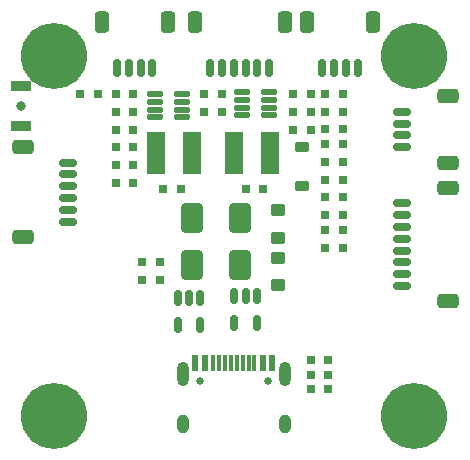
<source format=gbr>
%TF.GenerationSoftware,KiCad,Pcbnew,9.0.7*%
%TF.CreationDate,2026-01-24T01:10:01+08:00*%
%TF.ProjectId,zero star-rounded,7a65726f-2073-4746-9172-2d726f756e64,rev?*%
%TF.SameCoordinates,Original*%
%TF.FileFunction,Soldermask,Bot*%
%TF.FilePolarity,Negative*%
%FSLAX46Y46*%
G04 Gerber Fmt 4.6, Leading zero omitted, Abs format (unit mm)*
G04 Created by KiCad (PCBNEW 9.0.7) date 2026-01-24 01:10:01*
%MOMM*%
%LPD*%
G01*
G04 APERTURE LIST*
G04 Aperture macros list*
%AMRoundRect*
0 Rectangle with rounded corners*
0 $1 Rounding radius*
0 $2 $3 $4 $5 $6 $7 $8 $9 X,Y pos of 4 corners*
0 Add a 4 corners polygon primitive as box body*
4,1,4,$2,$3,$4,$5,$6,$7,$8,$9,$2,$3,0*
0 Add four circle primitives for the rounded corners*
1,1,$1+$1,$2,$3*
1,1,$1+$1,$4,$5*
1,1,$1+$1,$6,$7*
1,1,$1+$1,$8,$9*
0 Add four rect primitives between the rounded corners*
20,1,$1+$1,$2,$3,$4,$5,0*
20,1,$1+$1,$4,$5,$6,$7,0*
20,1,$1+$1,$6,$7,$8,$9,0*
20,1,$1+$1,$8,$9,$2,$3,0*%
G04 Aperture macros list end*
%ADD10C,5.600000*%
%ADD11R,0.800000X0.800000*%
%ADD12RoundRect,0.225000X-0.375000X0.225000X-0.375000X-0.225000X0.375000X-0.225000X0.375000X0.225000X0*%
%ADD13RoundRect,0.250000X-0.650000X1.000000X-0.650000X-1.000000X0.650000X-1.000000X0.650000X1.000000X0*%
%ADD14RoundRect,0.125000X0.537500X0.125000X-0.537500X0.125000X-0.537500X-0.125000X0.537500X-0.125000X0*%
%ADD15RoundRect,0.150000X-0.625000X0.150000X-0.625000X-0.150000X0.625000X-0.150000X0.625000X0.150000X0*%
%ADD16RoundRect,0.250000X-0.650000X0.350000X-0.650000X-0.350000X0.650000X-0.350000X0.650000X0.350000X0*%
%ADD17RoundRect,0.150000X-0.150000X0.512500X-0.150000X-0.512500X0.150000X-0.512500X0.150000X0.512500X0*%
%ADD18R,1.500000X3.600000*%
%ADD19RoundRect,0.250000X0.350000X-0.275000X0.350000X0.275000X-0.350000X0.275000X-0.350000X-0.275000X0*%
%ADD20RoundRect,0.150000X-0.150000X-0.625000X0.150000X-0.625000X0.150000X0.625000X-0.150000X0.625000X0*%
%ADD21RoundRect,0.250000X-0.350000X-0.650000X0.350000X-0.650000X0.350000X0.650000X-0.350000X0.650000X0*%
%ADD22RoundRect,0.250000X-0.350000X0.275000X-0.350000X-0.275000X0.350000X-0.275000X0.350000X0.275000X0*%
%ADD23RoundRect,0.150000X0.625000X-0.150000X0.625000X0.150000X-0.625000X0.150000X-0.625000X-0.150000X0*%
%ADD24RoundRect,0.250000X0.650000X-0.350000X0.650000X0.350000X-0.650000X0.350000X-0.650000X-0.350000X0*%
%ADD25C,0.650000*%
%ADD26R,0.600000X1.450000*%
%ADD27R,0.300000X1.450000*%
%ADD28O,1.000000X1.600000*%
%ADD29O,1.000000X2.100000*%
%ADD30C,0.800000*%
%ADD31R,1.700000X0.900000*%
G04 APERTURE END LIST*
D10*
%TO.C,REF\u002A\u002A*%
X176750000Y-102250000D03*
%TD*%
%TO.C,REF\u002A\u002A*%
X176750000Y-71750000D03*
%TD*%
%TO.C,REF\u002A\u002A*%
X207250000Y-71750000D03*
%TD*%
%TO.C,REF\u002A\u002A*%
X207250000Y-102250000D03*
%TD*%
D11*
%TO.C,C47*%
X201250000Y-82250000D03*
X199750000Y-82250000D03*
%TD*%
%TO.C,C17*%
X186000000Y-83000000D03*
X187500000Y-83000000D03*
%TD*%
D12*
%TO.C,D12*%
X197750000Y-79500000D03*
X197750000Y-82800000D03*
%TD*%
D11*
%TO.C,C20*%
X184250000Y-89250000D03*
X184250000Y-90750000D03*
%TD*%
%TO.C,C16*%
X183500000Y-79500000D03*
X182000000Y-79500000D03*
%TD*%
D13*
%TO.C,D3*%
X192500000Y-85500000D03*
X192500000Y-89500000D03*
%TD*%
D14*
%TO.C,U2*%
X195000000Y-74850000D03*
X195000000Y-75500000D03*
X195000000Y-76150000D03*
X195000000Y-76800000D03*
X192725000Y-76800000D03*
X192725000Y-76150000D03*
X192725000Y-75500000D03*
X192725000Y-74850000D03*
%TD*%
D11*
%TO.C,R8*%
X183500000Y-78000000D03*
X182000000Y-78000000D03*
%TD*%
%TO.C,C18*%
X183500000Y-82500000D03*
X182000000Y-82500000D03*
%TD*%
%TO.C,C43*%
X201250000Y-77920000D03*
X199750000Y-77920000D03*
%TD*%
D15*
%TO.C,J4*%
X206250000Y-84250000D03*
X206250000Y-85250000D03*
X206250000Y-86250000D03*
X206250000Y-87250000D03*
X206250000Y-88250000D03*
X206250000Y-89250000D03*
X206250000Y-90250000D03*
X206250000Y-91250000D03*
D16*
X210125000Y-82950000D03*
X210125000Y-92550000D03*
%TD*%
D17*
%TO.C,U4*%
X187250000Y-92250000D03*
X188200000Y-92250000D03*
X189150000Y-92250000D03*
X189150000Y-94525000D03*
X187250000Y-94525000D03*
%TD*%
D11*
%TO.C,C9*%
X199750000Y-75000000D03*
X201250000Y-75000000D03*
%TD*%
D14*
%TO.C,U3*%
X187637500Y-75025000D03*
X187637500Y-75675000D03*
X187637500Y-76325000D03*
X187637500Y-76975000D03*
X185362500Y-76975000D03*
X185362500Y-76325000D03*
X185362500Y-75675000D03*
X185362500Y-75025000D03*
%TD*%
D17*
%TO.C,U10*%
X192050000Y-92112500D03*
X193000000Y-92112500D03*
X193950000Y-92112500D03*
X193950000Y-94387500D03*
X192050000Y-94387500D03*
%TD*%
D18*
%TO.C,L1*%
X192000000Y-80000000D03*
X195050000Y-80000000D03*
%TD*%
D11*
%TO.C,C45*%
X199750000Y-79250000D03*
X201250000Y-79250000D03*
%TD*%
D19*
%TO.C,L5*%
X195750000Y-91150000D03*
X195750000Y-88850000D03*
%TD*%
D18*
%TO.C,L2*%
X185450000Y-80000000D03*
X188500000Y-80000000D03*
%TD*%
D20*
%TO.C,J5*%
X199500000Y-72750000D03*
X200500000Y-72750000D03*
X201500000Y-72750000D03*
X202500000Y-72750000D03*
D21*
X198200000Y-68875000D03*
X203800000Y-68875000D03*
%TD*%
D11*
%TO.C,C46*%
X201250000Y-80750000D03*
X199750000Y-80750000D03*
%TD*%
%TO.C,R12*%
X200000000Y-97500000D03*
X198500000Y-97500000D03*
%TD*%
D22*
%TO.C,L4*%
X195750000Y-84850000D03*
X195750000Y-87150000D03*
%TD*%
D11*
%TO.C,C14*%
X194500000Y-83000000D03*
X193000000Y-83000000D03*
%TD*%
%TO.C,R9*%
X182000000Y-75000000D03*
X183500000Y-75000000D03*
%TD*%
%TO.C,C32*%
X185750000Y-90750000D03*
X185750000Y-89250000D03*
%TD*%
D15*
%TO.C,J3*%
X206250000Y-76500000D03*
X206250000Y-77500000D03*
X206250000Y-78500000D03*
X206250000Y-79500000D03*
D16*
X210125000Y-75200000D03*
X210125000Y-80800000D03*
%TD*%
D11*
%TO.C,C33*%
X201250000Y-86500000D03*
X199750000Y-86500000D03*
%TD*%
D23*
%TO.C,J23*%
X178000000Y-85800000D03*
X178000000Y-84800000D03*
X178000000Y-83800000D03*
X178000000Y-82800000D03*
X178000000Y-81800000D03*
X178000000Y-80800000D03*
D24*
X174125000Y-87100000D03*
X174125000Y-79500000D03*
%TD*%
D11*
%TO.C,R7*%
X198500000Y-76500000D03*
X197000000Y-76500000D03*
%TD*%
%TO.C,C13*%
X199750000Y-76500000D03*
X201250000Y-76500000D03*
%TD*%
%TO.C,C48*%
X201250000Y-83750000D03*
X199750000Y-83750000D03*
%TD*%
%TO.C,R30*%
X200000000Y-100000000D03*
X198500000Y-100000000D03*
%TD*%
D20*
%TO.C,J6*%
X190000000Y-72750000D03*
X191000000Y-72750000D03*
X192000000Y-72750000D03*
X193000000Y-72750000D03*
X194000000Y-72750000D03*
X195000000Y-72750000D03*
D21*
X188700000Y-68875000D03*
X196300000Y-68875000D03*
%TD*%
D20*
%TO.C,J22*%
X182107165Y-72755245D03*
X183107165Y-72755245D03*
X184107165Y-72755245D03*
X185107165Y-72755245D03*
D21*
X180807165Y-68880245D03*
X186407165Y-68880245D03*
%TD*%
D25*
%TO.C,J1*%
X194890000Y-99250000D03*
X189110000Y-99250000D03*
D26*
X195250000Y-97805000D03*
X194450000Y-97805000D03*
D27*
X193250000Y-97805000D03*
X192250000Y-97805000D03*
X191750000Y-97805000D03*
X190750000Y-97805000D03*
D26*
X189550000Y-97805000D03*
X188750000Y-97805000D03*
X188750000Y-97805000D03*
X189550000Y-97805000D03*
D27*
X190250000Y-97805000D03*
X191250000Y-97805000D03*
X192750000Y-97805000D03*
X193750000Y-97805000D03*
D26*
X194450000Y-97805000D03*
X195250000Y-97805000D03*
D28*
X196320000Y-102900000D03*
D29*
X196320000Y-98720000D03*
D28*
X187680000Y-102900000D03*
D29*
X187680000Y-98720000D03*
%TD*%
D11*
%TO.C,R13*%
X200000000Y-98750000D03*
X198500000Y-98750000D03*
%TD*%
%TO.C,R3*%
X183500000Y-76500000D03*
X182000000Y-76500000D03*
%TD*%
%TO.C,R11*%
X179000000Y-75000000D03*
X180500000Y-75000000D03*
%TD*%
%TO.C,R4*%
X191000000Y-76500000D03*
X191000000Y-75000000D03*
%TD*%
%TO.C,C5*%
X183500000Y-81000000D03*
X182000000Y-81000000D03*
%TD*%
%TO.C,R5*%
X198500000Y-75000000D03*
X197000000Y-75000000D03*
%TD*%
D13*
%TO.C,D2*%
X188500000Y-85500000D03*
X188500000Y-89500000D03*
%TD*%
D30*
%TO.C,SW1*%
X174000000Y-76000000D03*
D31*
X174000000Y-74300000D03*
X174000000Y-77700000D03*
%TD*%
D11*
%TO.C,R10*%
X189500000Y-76500000D03*
X189500000Y-75000000D03*
%TD*%
%TO.C,C35*%
X201250000Y-85250000D03*
X199750000Y-85250000D03*
%TD*%
%TO.C,C15*%
X201250000Y-88000000D03*
X199750000Y-88000000D03*
%TD*%
%TO.C,R6*%
X198500000Y-78000000D03*
X197000000Y-78000000D03*
%TD*%
M02*

</source>
